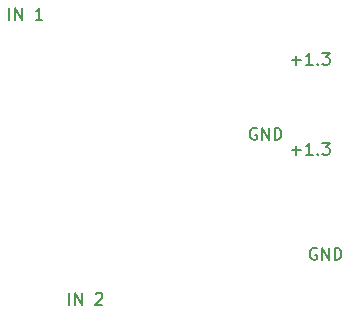
<source format=gbr>
%TF.GenerationSoftware,KiCad,Pcbnew,(5.1.12)-1*%
%TF.CreationDate,2021-11-26T11:14:42+00:00*%
%TF.ProjectId,pepega v.01,70657065-6761-4207-962e-30312e6b6963,rev?*%
%TF.SameCoordinates,Original*%
%TF.FileFunction,Paste,Top*%
%TF.FilePolarity,Positive*%
%FSLAX46Y46*%
G04 Gerber Fmt 4.6, Leading zero omitted, Abs format (unit mm)*
G04 Created by KiCad (PCBNEW (5.1.12)-1) date 2021-11-26 11:14:42*
%MOMM*%
%LPD*%
G01*
G04 APERTURE LIST*
%ADD10C,0.150000*%
G04 APERTURE END LIST*
D10*
X50689047Y-86812380D02*
X50689047Y-85812380D01*
X51165238Y-86812380D02*
X51165238Y-85812380D01*
X51736666Y-86812380D01*
X51736666Y-85812380D01*
X52927142Y-85907619D02*
X52974761Y-85860000D01*
X53070000Y-85812380D01*
X53308095Y-85812380D01*
X53403333Y-85860000D01*
X53450952Y-85907619D01*
X53498571Y-86002857D01*
X53498571Y-86098095D01*
X53450952Y-86240952D01*
X52879523Y-86812380D01*
X53498571Y-86812380D01*
X45609047Y-62682380D02*
X45609047Y-61682380D01*
X46085238Y-62682380D02*
X46085238Y-61682380D01*
X46656666Y-62682380D01*
X46656666Y-61682380D01*
X48418571Y-62682380D02*
X47847142Y-62682380D01*
X48132857Y-62682380D02*
X48132857Y-61682380D01*
X48037619Y-61825238D01*
X47942380Y-61920476D01*
X47847142Y-61968095D01*
X71628095Y-82050000D02*
X71532857Y-82002380D01*
X71390000Y-82002380D01*
X71247142Y-82050000D01*
X71151904Y-82145238D01*
X71104285Y-82240476D01*
X71056666Y-82430952D01*
X71056666Y-82573809D01*
X71104285Y-82764285D01*
X71151904Y-82859523D01*
X71247142Y-82954761D01*
X71390000Y-83002380D01*
X71485238Y-83002380D01*
X71628095Y-82954761D01*
X71675714Y-82907142D01*
X71675714Y-82573809D01*
X71485238Y-82573809D01*
X72104285Y-83002380D02*
X72104285Y-82002380D01*
X72675714Y-83002380D01*
X72675714Y-82002380D01*
X73151904Y-83002380D02*
X73151904Y-82002380D01*
X73390000Y-82002380D01*
X73532857Y-82050000D01*
X73628095Y-82145238D01*
X73675714Y-82240476D01*
X73723333Y-82430952D01*
X73723333Y-82573809D01*
X73675714Y-82764285D01*
X73628095Y-82859523D01*
X73532857Y-82954761D01*
X73390000Y-83002380D01*
X73151904Y-83002380D01*
X66548095Y-71890000D02*
X66452857Y-71842380D01*
X66310000Y-71842380D01*
X66167142Y-71890000D01*
X66071904Y-71985238D01*
X66024285Y-72080476D01*
X65976666Y-72270952D01*
X65976666Y-72413809D01*
X66024285Y-72604285D01*
X66071904Y-72699523D01*
X66167142Y-72794761D01*
X66310000Y-72842380D01*
X66405238Y-72842380D01*
X66548095Y-72794761D01*
X66595714Y-72747142D01*
X66595714Y-72413809D01*
X66405238Y-72413809D01*
X67024285Y-72842380D02*
X67024285Y-71842380D01*
X67595714Y-72842380D01*
X67595714Y-71842380D01*
X68071904Y-72842380D02*
X68071904Y-71842380D01*
X68310000Y-71842380D01*
X68452857Y-71890000D01*
X68548095Y-71985238D01*
X68595714Y-72080476D01*
X68643333Y-72270952D01*
X68643333Y-72413809D01*
X68595714Y-72604285D01*
X68548095Y-72699523D01*
X68452857Y-72794761D01*
X68310000Y-72842380D01*
X68071904Y-72842380D01*
X69548571Y-73731428D02*
X70310476Y-73731428D01*
X69929523Y-74112380D02*
X69929523Y-73350476D01*
X71310476Y-74112380D02*
X70739047Y-74112380D01*
X71024761Y-74112380D02*
X71024761Y-73112380D01*
X70929523Y-73255238D01*
X70834285Y-73350476D01*
X70739047Y-73398095D01*
X71739047Y-74017142D02*
X71786666Y-74064761D01*
X71739047Y-74112380D01*
X71691428Y-74064761D01*
X71739047Y-74017142D01*
X71739047Y-74112380D01*
X72120000Y-73112380D02*
X72739047Y-73112380D01*
X72405714Y-73493333D01*
X72548571Y-73493333D01*
X72643809Y-73540952D01*
X72691428Y-73588571D01*
X72739047Y-73683809D01*
X72739047Y-73921904D01*
X72691428Y-74017142D01*
X72643809Y-74064761D01*
X72548571Y-74112380D01*
X72262857Y-74112380D01*
X72167619Y-74064761D01*
X72120000Y-74017142D01*
X69548571Y-66111428D02*
X70310476Y-66111428D01*
X69929523Y-66492380D02*
X69929523Y-65730476D01*
X71310476Y-66492380D02*
X70739047Y-66492380D01*
X71024761Y-66492380D02*
X71024761Y-65492380D01*
X70929523Y-65635238D01*
X70834285Y-65730476D01*
X70739047Y-65778095D01*
X71739047Y-66397142D02*
X71786666Y-66444761D01*
X71739047Y-66492380D01*
X71691428Y-66444761D01*
X71739047Y-66397142D01*
X71739047Y-66492380D01*
X72120000Y-65492380D02*
X72739047Y-65492380D01*
X72405714Y-65873333D01*
X72548571Y-65873333D01*
X72643809Y-65920952D01*
X72691428Y-65968571D01*
X72739047Y-66063809D01*
X72739047Y-66301904D01*
X72691428Y-66397142D01*
X72643809Y-66444761D01*
X72548571Y-66492380D01*
X72262857Y-66492380D01*
X72167619Y-66444761D01*
X72120000Y-66397142D01*
M02*

</source>
